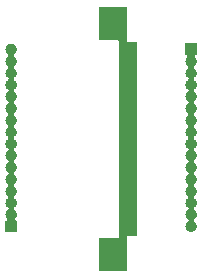
<source format=gbr>
G04 #@! TF.GenerationSoftware,KiCad,Pcbnew,(5.1.2)-2*
G04 #@! TF.CreationDate,2019-08-16T13:36:03-06:00*
G04 #@! TF.ProjectId,OLED_Dev,4f4c4544-5f44-4657-962e-6b696361645f,rev?*
G04 #@! TF.SameCoordinates,Original*
G04 #@! TF.FileFunction,Soldermask,Top*
G04 #@! TF.FilePolarity,Negative*
%FSLAX46Y46*%
G04 Gerber Fmt 4.6, Leading zero omitted, Abs format (unit mm)*
G04 Created by KiCad (PCBNEW (5.1.2)-2) date 2019-08-16 13:36:03*
%MOMM*%
%LPD*%
G04 APERTURE LIST*
%ADD10C,0.100000*%
G04 APERTURE END LIST*
D10*
G36*
X177461000Y-105974001D02*
G01*
X177463402Y-105998387D01*
X177470515Y-106021836D01*
X177482066Y-106043447D01*
X177497611Y-106062389D01*
X177516553Y-106077934D01*
X177538164Y-106089485D01*
X177561613Y-106096598D01*
X177585999Y-106099000D01*
X178261000Y-106099000D01*
X178261000Y-122501000D01*
X177585999Y-122501000D01*
X177561613Y-122503402D01*
X177538164Y-122510515D01*
X177516553Y-122522066D01*
X177497611Y-122537611D01*
X177482066Y-122556553D01*
X177470515Y-122578164D01*
X177463402Y-122601613D01*
X177461000Y-122625999D01*
X177461000Y-125451000D01*
X175059000Y-125451000D01*
X175059000Y-122699000D01*
X176634001Y-122699000D01*
X176658387Y-122696598D01*
X176681836Y-122689485D01*
X176703447Y-122677934D01*
X176722389Y-122662389D01*
X176737934Y-122643447D01*
X176749485Y-122621836D01*
X176756598Y-122598387D01*
X176759000Y-122574001D01*
X176759000Y-106025999D01*
X176756598Y-106001613D01*
X176749485Y-105978164D01*
X176737934Y-105956553D01*
X176722389Y-105937611D01*
X176703447Y-105922066D01*
X176681836Y-105910515D01*
X176658387Y-105903402D01*
X176634001Y-105901000D01*
X175059000Y-105901000D01*
X175059000Y-103149000D01*
X177461000Y-103149000D01*
X177461000Y-105974001D01*
X177461000Y-105974001D01*
G37*
G36*
X183356000Y-107156000D02*
G01*
X183330025Y-107156000D01*
X183305639Y-107158402D01*
X183282190Y-107165515D01*
X183260579Y-107177066D01*
X183241637Y-107192611D01*
X183226092Y-107211553D01*
X183214541Y-107233164D01*
X183207428Y-107256613D01*
X183205026Y-107280999D01*
X183207428Y-107305385D01*
X183214541Y-107328834D01*
X183233396Y-107360292D01*
X183277694Y-107414269D01*
X183321894Y-107496961D01*
X183349113Y-107586688D01*
X183358303Y-107680000D01*
X183349113Y-107773312D01*
X183321894Y-107863039D01*
X183277694Y-107945731D01*
X183218211Y-108018211D01*
X183145731Y-108077694D01*
X183145726Y-108077697D01*
X183138808Y-108083374D01*
X183121481Y-108100701D01*
X183107867Y-108121075D01*
X183098490Y-108143714D01*
X183093709Y-108167747D01*
X183093709Y-108192251D01*
X183098489Y-108216285D01*
X183107866Y-108238924D01*
X183121480Y-108259298D01*
X183138808Y-108276626D01*
X183145726Y-108282303D01*
X183145731Y-108282306D01*
X183218211Y-108341789D01*
X183277694Y-108414269D01*
X183321894Y-108496961D01*
X183349113Y-108586688D01*
X183358303Y-108680000D01*
X183349113Y-108773312D01*
X183321894Y-108863039D01*
X183277694Y-108945731D01*
X183218211Y-109018211D01*
X183145731Y-109077694D01*
X183145726Y-109077697D01*
X183138808Y-109083374D01*
X183121481Y-109100701D01*
X183107867Y-109121075D01*
X183098490Y-109143714D01*
X183093709Y-109167747D01*
X183093709Y-109192251D01*
X183098489Y-109216285D01*
X183107866Y-109238924D01*
X183121480Y-109259298D01*
X183138808Y-109276626D01*
X183145726Y-109282303D01*
X183145731Y-109282306D01*
X183218211Y-109341789D01*
X183277694Y-109414269D01*
X183321894Y-109496961D01*
X183349113Y-109586688D01*
X183358303Y-109680000D01*
X183349113Y-109773312D01*
X183321894Y-109863039D01*
X183277694Y-109945731D01*
X183218211Y-110018211D01*
X183145731Y-110077694D01*
X183145726Y-110077697D01*
X183138808Y-110083374D01*
X183121481Y-110100701D01*
X183107867Y-110121075D01*
X183098490Y-110143714D01*
X183093709Y-110167747D01*
X183093709Y-110192251D01*
X183098489Y-110216285D01*
X183107866Y-110238924D01*
X183121480Y-110259298D01*
X183138808Y-110276626D01*
X183145726Y-110282303D01*
X183145731Y-110282306D01*
X183218211Y-110341789D01*
X183277694Y-110414269D01*
X183321894Y-110496961D01*
X183349113Y-110586688D01*
X183358303Y-110680000D01*
X183349113Y-110773312D01*
X183321894Y-110863039D01*
X183277694Y-110945731D01*
X183218211Y-111018211D01*
X183145731Y-111077694D01*
X183145726Y-111077697D01*
X183138808Y-111083374D01*
X183121481Y-111100701D01*
X183107867Y-111121075D01*
X183098490Y-111143714D01*
X183093709Y-111167747D01*
X183093709Y-111192251D01*
X183098489Y-111216285D01*
X183107866Y-111238924D01*
X183121480Y-111259298D01*
X183138808Y-111276626D01*
X183145726Y-111282303D01*
X183145731Y-111282306D01*
X183218211Y-111341789D01*
X183277694Y-111414269D01*
X183321894Y-111496961D01*
X183349113Y-111586688D01*
X183358303Y-111680000D01*
X183349113Y-111773312D01*
X183321894Y-111863039D01*
X183277694Y-111945731D01*
X183218211Y-112018211D01*
X183145731Y-112077694D01*
X183145726Y-112077697D01*
X183138808Y-112083374D01*
X183121481Y-112100701D01*
X183107867Y-112121075D01*
X183098490Y-112143714D01*
X183093709Y-112167747D01*
X183093709Y-112192251D01*
X183098489Y-112216285D01*
X183107866Y-112238924D01*
X183121480Y-112259298D01*
X183138808Y-112276626D01*
X183145726Y-112282303D01*
X183145731Y-112282306D01*
X183218211Y-112341789D01*
X183277694Y-112414269D01*
X183321894Y-112496961D01*
X183349113Y-112586688D01*
X183358303Y-112680000D01*
X183349113Y-112773312D01*
X183321894Y-112863039D01*
X183277694Y-112945731D01*
X183218211Y-113018211D01*
X183145731Y-113077694D01*
X183145726Y-113077697D01*
X183138808Y-113083374D01*
X183121481Y-113100701D01*
X183107867Y-113121075D01*
X183098490Y-113143714D01*
X183093709Y-113167747D01*
X183093709Y-113192251D01*
X183098489Y-113216285D01*
X183107866Y-113238924D01*
X183121480Y-113259298D01*
X183138808Y-113276626D01*
X183145726Y-113282303D01*
X183145731Y-113282306D01*
X183218211Y-113341789D01*
X183277694Y-113414269D01*
X183321894Y-113496961D01*
X183349113Y-113586688D01*
X183358303Y-113680000D01*
X183349113Y-113773312D01*
X183321894Y-113863039D01*
X183277694Y-113945731D01*
X183218211Y-114018211D01*
X183145731Y-114077694D01*
X183145726Y-114077697D01*
X183138808Y-114083374D01*
X183121481Y-114100701D01*
X183107867Y-114121075D01*
X183098490Y-114143714D01*
X183093709Y-114167747D01*
X183093709Y-114192251D01*
X183098489Y-114216285D01*
X183107866Y-114238924D01*
X183121480Y-114259298D01*
X183138808Y-114276626D01*
X183145726Y-114282303D01*
X183145731Y-114282306D01*
X183218211Y-114341789D01*
X183277694Y-114414269D01*
X183321894Y-114496961D01*
X183349113Y-114586688D01*
X183358303Y-114680000D01*
X183349113Y-114773312D01*
X183321894Y-114863039D01*
X183277694Y-114945731D01*
X183218211Y-115018211D01*
X183145731Y-115077694D01*
X183145726Y-115077697D01*
X183138808Y-115083374D01*
X183121481Y-115100701D01*
X183107867Y-115121075D01*
X183098490Y-115143714D01*
X183093709Y-115167747D01*
X183093709Y-115192251D01*
X183098489Y-115216285D01*
X183107866Y-115238924D01*
X183121480Y-115259298D01*
X183138808Y-115276626D01*
X183145726Y-115282303D01*
X183145731Y-115282306D01*
X183218211Y-115341789D01*
X183277694Y-115414269D01*
X183321894Y-115496961D01*
X183349113Y-115586688D01*
X183358303Y-115680000D01*
X183349113Y-115773312D01*
X183321894Y-115863039D01*
X183277694Y-115945731D01*
X183218211Y-116018211D01*
X183145731Y-116077694D01*
X183145726Y-116077697D01*
X183138808Y-116083374D01*
X183121481Y-116100701D01*
X183107867Y-116121075D01*
X183098490Y-116143714D01*
X183093709Y-116167747D01*
X183093709Y-116192251D01*
X183098489Y-116216285D01*
X183107866Y-116238924D01*
X183121480Y-116259298D01*
X183138808Y-116276626D01*
X183145726Y-116282303D01*
X183145731Y-116282306D01*
X183218211Y-116341789D01*
X183277694Y-116414269D01*
X183321894Y-116496961D01*
X183349113Y-116586688D01*
X183358303Y-116680000D01*
X183349113Y-116773312D01*
X183321894Y-116863039D01*
X183277694Y-116945731D01*
X183218211Y-117018211D01*
X183145731Y-117077694D01*
X183145726Y-117077697D01*
X183138808Y-117083374D01*
X183121481Y-117100701D01*
X183107867Y-117121075D01*
X183098490Y-117143714D01*
X183093709Y-117167747D01*
X183093709Y-117192251D01*
X183098489Y-117216285D01*
X183107866Y-117238924D01*
X183121480Y-117259298D01*
X183138808Y-117276626D01*
X183145726Y-117282303D01*
X183145731Y-117282306D01*
X183218211Y-117341789D01*
X183277694Y-117414269D01*
X183321894Y-117496961D01*
X183349113Y-117586688D01*
X183358303Y-117680000D01*
X183349113Y-117773312D01*
X183321894Y-117863039D01*
X183277694Y-117945731D01*
X183218211Y-118018211D01*
X183145731Y-118077694D01*
X183145726Y-118077697D01*
X183138808Y-118083374D01*
X183121481Y-118100701D01*
X183107867Y-118121075D01*
X183098490Y-118143714D01*
X183093709Y-118167747D01*
X183093709Y-118192251D01*
X183098489Y-118216285D01*
X183107866Y-118238924D01*
X183121480Y-118259298D01*
X183138808Y-118276626D01*
X183145726Y-118282303D01*
X183145731Y-118282306D01*
X183218211Y-118341789D01*
X183277694Y-118414269D01*
X183321894Y-118496961D01*
X183349113Y-118586688D01*
X183358303Y-118680000D01*
X183349113Y-118773312D01*
X183321894Y-118863039D01*
X183277694Y-118945731D01*
X183218211Y-119018211D01*
X183145731Y-119077694D01*
X183145726Y-119077697D01*
X183138808Y-119083374D01*
X183121481Y-119100701D01*
X183107867Y-119121075D01*
X183098490Y-119143714D01*
X183093709Y-119167747D01*
X183093709Y-119192251D01*
X183098489Y-119216285D01*
X183107866Y-119238924D01*
X183121480Y-119259298D01*
X183138808Y-119276626D01*
X183145726Y-119282303D01*
X183145731Y-119282306D01*
X183218211Y-119341789D01*
X183277694Y-119414269D01*
X183321894Y-119496961D01*
X183349113Y-119586688D01*
X183358303Y-119680000D01*
X183349113Y-119773312D01*
X183321894Y-119863039D01*
X183277694Y-119945731D01*
X183218211Y-120018211D01*
X183145731Y-120077694D01*
X183145726Y-120077697D01*
X183138808Y-120083374D01*
X183121481Y-120100701D01*
X183107867Y-120121075D01*
X183098490Y-120143714D01*
X183093709Y-120167747D01*
X183093709Y-120192251D01*
X183098489Y-120216285D01*
X183107866Y-120238924D01*
X183121480Y-120259298D01*
X183138808Y-120276626D01*
X183145726Y-120282303D01*
X183145731Y-120282306D01*
X183218211Y-120341789D01*
X183277694Y-120414269D01*
X183321894Y-120496961D01*
X183349113Y-120586688D01*
X183358303Y-120680000D01*
X183349113Y-120773312D01*
X183321894Y-120863039D01*
X183277694Y-120945731D01*
X183218211Y-121018211D01*
X183145731Y-121077694D01*
X183145726Y-121077697D01*
X183138808Y-121083374D01*
X183121481Y-121100701D01*
X183107867Y-121121075D01*
X183098490Y-121143714D01*
X183093709Y-121167747D01*
X183093709Y-121192251D01*
X183098489Y-121216285D01*
X183107866Y-121238924D01*
X183121480Y-121259298D01*
X183138808Y-121276626D01*
X183145726Y-121282303D01*
X183145731Y-121282306D01*
X183218211Y-121341789D01*
X183277694Y-121414269D01*
X183321894Y-121496961D01*
X183349113Y-121586688D01*
X183358303Y-121680000D01*
X183349113Y-121773312D01*
X183321894Y-121863039D01*
X183277694Y-121945731D01*
X183218211Y-122018211D01*
X183145731Y-122077694D01*
X183063039Y-122121894D01*
X182973312Y-122149113D01*
X182903384Y-122156000D01*
X182856616Y-122156000D01*
X182786688Y-122149113D01*
X182696961Y-122121894D01*
X182614269Y-122077694D01*
X182541789Y-122018211D01*
X182482306Y-121945731D01*
X182438106Y-121863039D01*
X182410887Y-121773312D01*
X182401697Y-121680000D01*
X182410887Y-121586688D01*
X182438106Y-121496961D01*
X182482306Y-121414269D01*
X182541789Y-121341789D01*
X182614269Y-121282306D01*
X182614274Y-121282303D01*
X182621192Y-121276626D01*
X182638519Y-121259299D01*
X182652133Y-121238925D01*
X182661510Y-121216286D01*
X182666291Y-121192253D01*
X182666291Y-121167749D01*
X182661511Y-121143715D01*
X182652134Y-121121076D01*
X182638520Y-121100702D01*
X182621192Y-121083374D01*
X182614274Y-121077697D01*
X182614269Y-121077694D01*
X182541789Y-121018211D01*
X182482306Y-120945731D01*
X182438106Y-120863039D01*
X182410887Y-120773312D01*
X182401697Y-120680000D01*
X182410887Y-120586688D01*
X182438106Y-120496961D01*
X182482306Y-120414269D01*
X182541789Y-120341789D01*
X182614269Y-120282306D01*
X182614274Y-120282303D01*
X182621192Y-120276626D01*
X182638519Y-120259299D01*
X182652133Y-120238925D01*
X182661510Y-120216286D01*
X182666291Y-120192253D01*
X182666291Y-120167749D01*
X182661511Y-120143715D01*
X182652134Y-120121076D01*
X182638520Y-120100702D01*
X182621192Y-120083374D01*
X182614274Y-120077697D01*
X182614269Y-120077694D01*
X182541789Y-120018211D01*
X182482306Y-119945731D01*
X182438106Y-119863039D01*
X182410887Y-119773312D01*
X182401697Y-119680000D01*
X182410887Y-119586688D01*
X182438106Y-119496961D01*
X182482306Y-119414269D01*
X182541789Y-119341789D01*
X182614269Y-119282306D01*
X182614274Y-119282303D01*
X182621192Y-119276626D01*
X182638519Y-119259299D01*
X182652133Y-119238925D01*
X182661510Y-119216286D01*
X182666291Y-119192253D01*
X182666291Y-119167749D01*
X182661511Y-119143715D01*
X182652134Y-119121076D01*
X182638520Y-119100702D01*
X182621192Y-119083374D01*
X182614274Y-119077697D01*
X182614269Y-119077694D01*
X182541789Y-119018211D01*
X182482306Y-118945731D01*
X182438106Y-118863039D01*
X182410887Y-118773312D01*
X182401697Y-118680000D01*
X182410887Y-118586688D01*
X182438106Y-118496961D01*
X182482306Y-118414269D01*
X182541789Y-118341789D01*
X182614269Y-118282306D01*
X182614274Y-118282303D01*
X182621192Y-118276626D01*
X182638519Y-118259299D01*
X182652133Y-118238925D01*
X182661510Y-118216286D01*
X182666291Y-118192253D01*
X182666291Y-118167749D01*
X182661511Y-118143715D01*
X182652134Y-118121076D01*
X182638520Y-118100702D01*
X182621192Y-118083374D01*
X182614274Y-118077697D01*
X182614269Y-118077694D01*
X182541789Y-118018211D01*
X182482306Y-117945731D01*
X182438106Y-117863039D01*
X182410887Y-117773312D01*
X182401697Y-117680000D01*
X182410887Y-117586688D01*
X182438106Y-117496961D01*
X182482306Y-117414269D01*
X182541789Y-117341789D01*
X182614269Y-117282306D01*
X182614274Y-117282303D01*
X182621192Y-117276626D01*
X182638519Y-117259299D01*
X182652133Y-117238925D01*
X182661510Y-117216286D01*
X182666291Y-117192253D01*
X182666291Y-117167749D01*
X182661511Y-117143715D01*
X182652134Y-117121076D01*
X182638520Y-117100702D01*
X182621192Y-117083374D01*
X182614274Y-117077697D01*
X182614269Y-117077694D01*
X182541789Y-117018211D01*
X182482306Y-116945731D01*
X182438106Y-116863039D01*
X182410887Y-116773312D01*
X182401697Y-116680000D01*
X182410887Y-116586688D01*
X182438106Y-116496961D01*
X182482306Y-116414269D01*
X182541789Y-116341789D01*
X182614269Y-116282306D01*
X182614274Y-116282303D01*
X182621192Y-116276626D01*
X182638519Y-116259299D01*
X182652133Y-116238925D01*
X182661510Y-116216286D01*
X182666291Y-116192253D01*
X182666291Y-116167749D01*
X182661511Y-116143715D01*
X182652134Y-116121076D01*
X182638520Y-116100702D01*
X182621192Y-116083374D01*
X182614274Y-116077697D01*
X182614269Y-116077694D01*
X182541789Y-116018211D01*
X182482306Y-115945731D01*
X182438106Y-115863039D01*
X182410887Y-115773312D01*
X182401697Y-115680000D01*
X182410887Y-115586688D01*
X182438106Y-115496961D01*
X182482306Y-115414269D01*
X182541789Y-115341789D01*
X182614269Y-115282306D01*
X182614274Y-115282303D01*
X182621192Y-115276626D01*
X182638519Y-115259299D01*
X182652133Y-115238925D01*
X182661510Y-115216286D01*
X182666291Y-115192253D01*
X182666291Y-115167749D01*
X182661511Y-115143715D01*
X182652134Y-115121076D01*
X182638520Y-115100702D01*
X182621192Y-115083374D01*
X182614274Y-115077697D01*
X182614269Y-115077694D01*
X182541789Y-115018211D01*
X182482306Y-114945731D01*
X182438106Y-114863039D01*
X182410887Y-114773312D01*
X182401697Y-114680000D01*
X182410887Y-114586688D01*
X182438106Y-114496961D01*
X182482306Y-114414269D01*
X182541789Y-114341789D01*
X182614269Y-114282306D01*
X182614274Y-114282303D01*
X182621192Y-114276626D01*
X182638519Y-114259299D01*
X182652133Y-114238925D01*
X182661510Y-114216286D01*
X182666291Y-114192253D01*
X182666291Y-114167749D01*
X182661511Y-114143715D01*
X182652134Y-114121076D01*
X182638520Y-114100702D01*
X182621192Y-114083374D01*
X182614274Y-114077697D01*
X182614269Y-114077694D01*
X182541789Y-114018211D01*
X182482306Y-113945731D01*
X182438106Y-113863039D01*
X182410887Y-113773312D01*
X182401697Y-113680000D01*
X182410887Y-113586688D01*
X182438106Y-113496961D01*
X182482306Y-113414269D01*
X182541789Y-113341789D01*
X182614269Y-113282306D01*
X182614274Y-113282303D01*
X182621192Y-113276626D01*
X182638519Y-113259299D01*
X182652133Y-113238925D01*
X182661510Y-113216286D01*
X182666291Y-113192253D01*
X182666291Y-113167749D01*
X182661511Y-113143715D01*
X182652134Y-113121076D01*
X182638520Y-113100702D01*
X182621192Y-113083374D01*
X182614274Y-113077697D01*
X182614269Y-113077694D01*
X182541789Y-113018211D01*
X182482306Y-112945731D01*
X182438106Y-112863039D01*
X182410887Y-112773312D01*
X182401697Y-112680000D01*
X182410887Y-112586688D01*
X182438106Y-112496961D01*
X182482306Y-112414269D01*
X182541789Y-112341789D01*
X182614269Y-112282306D01*
X182614274Y-112282303D01*
X182621192Y-112276626D01*
X182638519Y-112259299D01*
X182652133Y-112238925D01*
X182661510Y-112216286D01*
X182666291Y-112192253D01*
X182666291Y-112167749D01*
X182661511Y-112143715D01*
X182652134Y-112121076D01*
X182638520Y-112100702D01*
X182621192Y-112083374D01*
X182614274Y-112077697D01*
X182614269Y-112077694D01*
X182541789Y-112018211D01*
X182482306Y-111945731D01*
X182438106Y-111863039D01*
X182410887Y-111773312D01*
X182401697Y-111680000D01*
X182410887Y-111586688D01*
X182438106Y-111496961D01*
X182482306Y-111414269D01*
X182541789Y-111341789D01*
X182614269Y-111282306D01*
X182614274Y-111282303D01*
X182621192Y-111276626D01*
X182638519Y-111259299D01*
X182652133Y-111238925D01*
X182661510Y-111216286D01*
X182666291Y-111192253D01*
X182666291Y-111167749D01*
X182661511Y-111143715D01*
X182652134Y-111121076D01*
X182638520Y-111100702D01*
X182621192Y-111083374D01*
X182614274Y-111077697D01*
X182614269Y-111077694D01*
X182541789Y-111018211D01*
X182482306Y-110945731D01*
X182438106Y-110863039D01*
X182410887Y-110773312D01*
X182401697Y-110680000D01*
X182410887Y-110586688D01*
X182438106Y-110496961D01*
X182482306Y-110414269D01*
X182541789Y-110341789D01*
X182614269Y-110282306D01*
X182614274Y-110282303D01*
X182621192Y-110276626D01*
X182638519Y-110259299D01*
X182652133Y-110238925D01*
X182661510Y-110216286D01*
X182666291Y-110192253D01*
X182666291Y-110167749D01*
X182661511Y-110143715D01*
X182652134Y-110121076D01*
X182638520Y-110100702D01*
X182621192Y-110083374D01*
X182614274Y-110077697D01*
X182614269Y-110077694D01*
X182541789Y-110018211D01*
X182482306Y-109945731D01*
X182438106Y-109863039D01*
X182410887Y-109773312D01*
X182401697Y-109680000D01*
X182410887Y-109586688D01*
X182438106Y-109496961D01*
X182482306Y-109414269D01*
X182541789Y-109341789D01*
X182614269Y-109282306D01*
X182614274Y-109282303D01*
X182621192Y-109276626D01*
X182638519Y-109259299D01*
X182652133Y-109238925D01*
X182661510Y-109216286D01*
X182666291Y-109192253D01*
X182666291Y-109167749D01*
X182661511Y-109143715D01*
X182652134Y-109121076D01*
X182638520Y-109100702D01*
X182621192Y-109083374D01*
X182614274Y-109077697D01*
X182614269Y-109077694D01*
X182541789Y-109018211D01*
X182482306Y-108945731D01*
X182438106Y-108863039D01*
X182410887Y-108773312D01*
X182401697Y-108680000D01*
X182410887Y-108586688D01*
X182438106Y-108496961D01*
X182482306Y-108414269D01*
X182541789Y-108341789D01*
X182614269Y-108282306D01*
X182614274Y-108282303D01*
X182621192Y-108276626D01*
X182638519Y-108259299D01*
X182652133Y-108238925D01*
X182661510Y-108216286D01*
X182666291Y-108192253D01*
X182666291Y-108167749D01*
X182661511Y-108143715D01*
X182652134Y-108121076D01*
X182638520Y-108100702D01*
X182621192Y-108083374D01*
X182614274Y-108077697D01*
X182614269Y-108077694D01*
X182541789Y-108018211D01*
X182482306Y-107945731D01*
X182438106Y-107863039D01*
X182410887Y-107773312D01*
X182401697Y-107680000D01*
X182410887Y-107586688D01*
X182438106Y-107496961D01*
X182482306Y-107414269D01*
X182526606Y-107360289D01*
X182540214Y-107339923D01*
X182549592Y-107317284D01*
X182554372Y-107293251D01*
X182554372Y-107268747D01*
X182549592Y-107244714D01*
X182540214Y-107222075D01*
X182526600Y-107201700D01*
X182509273Y-107184373D01*
X182488899Y-107170760D01*
X182466260Y-107161382D01*
X182429975Y-107156000D01*
X182404000Y-107156000D01*
X182404000Y-106204000D01*
X183356000Y-106204000D01*
X183356000Y-107156000D01*
X183356000Y-107156000D01*
G37*
G36*
X167733312Y-106210887D02*
G01*
X167823039Y-106238106D01*
X167905731Y-106282306D01*
X167978211Y-106341789D01*
X168037694Y-106414269D01*
X168081894Y-106496961D01*
X168109113Y-106586688D01*
X168118303Y-106680000D01*
X168109113Y-106773312D01*
X168081894Y-106863039D01*
X168037694Y-106945731D01*
X167978211Y-107018211D01*
X167905731Y-107077694D01*
X167905726Y-107077697D01*
X167898808Y-107083374D01*
X167881481Y-107100701D01*
X167867867Y-107121075D01*
X167858490Y-107143714D01*
X167853709Y-107167747D01*
X167853709Y-107192251D01*
X167858489Y-107216285D01*
X167867866Y-107238924D01*
X167881480Y-107259298D01*
X167898808Y-107276626D01*
X167905726Y-107282303D01*
X167905731Y-107282306D01*
X167978211Y-107341789D01*
X168037694Y-107414269D01*
X168081894Y-107496961D01*
X168109113Y-107586688D01*
X168118303Y-107680000D01*
X168109113Y-107773312D01*
X168081894Y-107863039D01*
X168037694Y-107945731D01*
X167978211Y-108018211D01*
X167905731Y-108077694D01*
X167905726Y-108077697D01*
X167898808Y-108083374D01*
X167881481Y-108100701D01*
X167867867Y-108121075D01*
X167858490Y-108143714D01*
X167853709Y-108167747D01*
X167853709Y-108192251D01*
X167858489Y-108216285D01*
X167867866Y-108238924D01*
X167881480Y-108259298D01*
X167898808Y-108276626D01*
X167905726Y-108282303D01*
X167905731Y-108282306D01*
X167978211Y-108341789D01*
X168037694Y-108414269D01*
X168081894Y-108496961D01*
X168109113Y-108586688D01*
X168118303Y-108680000D01*
X168109113Y-108773312D01*
X168081894Y-108863039D01*
X168037694Y-108945731D01*
X167978211Y-109018211D01*
X167905731Y-109077694D01*
X167905726Y-109077697D01*
X167898808Y-109083374D01*
X167881481Y-109100701D01*
X167867867Y-109121075D01*
X167858490Y-109143714D01*
X167853709Y-109167747D01*
X167853709Y-109192251D01*
X167858489Y-109216285D01*
X167867866Y-109238924D01*
X167881480Y-109259298D01*
X167898808Y-109276626D01*
X167905726Y-109282303D01*
X167905731Y-109282306D01*
X167978211Y-109341789D01*
X168037694Y-109414269D01*
X168081894Y-109496961D01*
X168109113Y-109586688D01*
X168118303Y-109680000D01*
X168109113Y-109773312D01*
X168081894Y-109863039D01*
X168037694Y-109945731D01*
X167978211Y-110018211D01*
X167905731Y-110077694D01*
X167905726Y-110077697D01*
X167898808Y-110083374D01*
X167881481Y-110100701D01*
X167867867Y-110121075D01*
X167858490Y-110143714D01*
X167853709Y-110167747D01*
X167853709Y-110192251D01*
X167858489Y-110216285D01*
X167867866Y-110238924D01*
X167881480Y-110259298D01*
X167898808Y-110276626D01*
X167905726Y-110282303D01*
X167905731Y-110282306D01*
X167978211Y-110341789D01*
X168037694Y-110414269D01*
X168081894Y-110496961D01*
X168109113Y-110586688D01*
X168118303Y-110680000D01*
X168109113Y-110773312D01*
X168081894Y-110863039D01*
X168037694Y-110945731D01*
X167978211Y-111018211D01*
X167905731Y-111077694D01*
X167905726Y-111077697D01*
X167898808Y-111083374D01*
X167881481Y-111100701D01*
X167867867Y-111121075D01*
X167858490Y-111143714D01*
X167853709Y-111167747D01*
X167853709Y-111192251D01*
X167858489Y-111216285D01*
X167867866Y-111238924D01*
X167881480Y-111259298D01*
X167898808Y-111276626D01*
X167905726Y-111282303D01*
X167905731Y-111282306D01*
X167978211Y-111341789D01*
X168037694Y-111414269D01*
X168081894Y-111496961D01*
X168109113Y-111586688D01*
X168118303Y-111680000D01*
X168109113Y-111773312D01*
X168081894Y-111863039D01*
X168037694Y-111945731D01*
X167978211Y-112018211D01*
X167905731Y-112077694D01*
X167905726Y-112077697D01*
X167898808Y-112083374D01*
X167881481Y-112100701D01*
X167867867Y-112121075D01*
X167858490Y-112143714D01*
X167853709Y-112167747D01*
X167853709Y-112192251D01*
X167858489Y-112216285D01*
X167867866Y-112238924D01*
X167881480Y-112259298D01*
X167898808Y-112276626D01*
X167905726Y-112282303D01*
X167905731Y-112282306D01*
X167978211Y-112341789D01*
X168037694Y-112414269D01*
X168081894Y-112496961D01*
X168109113Y-112586688D01*
X168118303Y-112680000D01*
X168109113Y-112773312D01*
X168081894Y-112863039D01*
X168037694Y-112945731D01*
X167978211Y-113018211D01*
X167905731Y-113077694D01*
X167905726Y-113077697D01*
X167898808Y-113083374D01*
X167881481Y-113100701D01*
X167867867Y-113121075D01*
X167858490Y-113143714D01*
X167853709Y-113167747D01*
X167853709Y-113192251D01*
X167858489Y-113216285D01*
X167867866Y-113238924D01*
X167881480Y-113259298D01*
X167898808Y-113276626D01*
X167905726Y-113282303D01*
X167905731Y-113282306D01*
X167978211Y-113341789D01*
X168037694Y-113414269D01*
X168081894Y-113496961D01*
X168109113Y-113586688D01*
X168118303Y-113680000D01*
X168109113Y-113773312D01*
X168081894Y-113863039D01*
X168037694Y-113945731D01*
X167978211Y-114018211D01*
X167905731Y-114077694D01*
X167905726Y-114077697D01*
X167898808Y-114083374D01*
X167881481Y-114100701D01*
X167867867Y-114121075D01*
X167858490Y-114143714D01*
X167853709Y-114167747D01*
X167853709Y-114192251D01*
X167858489Y-114216285D01*
X167867866Y-114238924D01*
X167881480Y-114259298D01*
X167898808Y-114276626D01*
X167905726Y-114282303D01*
X167905731Y-114282306D01*
X167978211Y-114341789D01*
X168037694Y-114414269D01*
X168081894Y-114496961D01*
X168109113Y-114586688D01*
X168118303Y-114680000D01*
X168109113Y-114773312D01*
X168081894Y-114863039D01*
X168037694Y-114945731D01*
X167978211Y-115018211D01*
X167905731Y-115077694D01*
X167905726Y-115077697D01*
X167898808Y-115083374D01*
X167881481Y-115100701D01*
X167867867Y-115121075D01*
X167858490Y-115143714D01*
X167853709Y-115167747D01*
X167853709Y-115192251D01*
X167858489Y-115216285D01*
X167867866Y-115238924D01*
X167881480Y-115259298D01*
X167898808Y-115276626D01*
X167905726Y-115282303D01*
X167905731Y-115282306D01*
X167978211Y-115341789D01*
X168037694Y-115414269D01*
X168081894Y-115496961D01*
X168109113Y-115586688D01*
X168118303Y-115680000D01*
X168109113Y-115773312D01*
X168081894Y-115863039D01*
X168037694Y-115945731D01*
X167978211Y-116018211D01*
X167905731Y-116077694D01*
X167905726Y-116077697D01*
X167898808Y-116083374D01*
X167881481Y-116100701D01*
X167867867Y-116121075D01*
X167858490Y-116143714D01*
X167853709Y-116167747D01*
X167853709Y-116192251D01*
X167858489Y-116216285D01*
X167867866Y-116238924D01*
X167881480Y-116259298D01*
X167898808Y-116276626D01*
X167905726Y-116282303D01*
X167905731Y-116282306D01*
X167978211Y-116341789D01*
X168037694Y-116414269D01*
X168081894Y-116496961D01*
X168109113Y-116586688D01*
X168118303Y-116680000D01*
X168109113Y-116773312D01*
X168081894Y-116863039D01*
X168037694Y-116945731D01*
X167978211Y-117018211D01*
X167905731Y-117077694D01*
X167905726Y-117077697D01*
X167898808Y-117083374D01*
X167881481Y-117100701D01*
X167867867Y-117121075D01*
X167858490Y-117143714D01*
X167853709Y-117167747D01*
X167853709Y-117192251D01*
X167858489Y-117216285D01*
X167867866Y-117238924D01*
X167881480Y-117259298D01*
X167898808Y-117276626D01*
X167905726Y-117282303D01*
X167905731Y-117282306D01*
X167978211Y-117341789D01*
X168037694Y-117414269D01*
X168081894Y-117496961D01*
X168109113Y-117586688D01*
X168118303Y-117680000D01*
X168109113Y-117773312D01*
X168081894Y-117863039D01*
X168037694Y-117945731D01*
X167978211Y-118018211D01*
X167905731Y-118077694D01*
X167905726Y-118077697D01*
X167898808Y-118083374D01*
X167881481Y-118100701D01*
X167867867Y-118121075D01*
X167858490Y-118143714D01*
X167853709Y-118167747D01*
X167853709Y-118192251D01*
X167858489Y-118216285D01*
X167867866Y-118238924D01*
X167881480Y-118259298D01*
X167898808Y-118276626D01*
X167905726Y-118282303D01*
X167905731Y-118282306D01*
X167978211Y-118341789D01*
X168037694Y-118414269D01*
X168081894Y-118496961D01*
X168109113Y-118586688D01*
X168118303Y-118680000D01*
X168109113Y-118773312D01*
X168081894Y-118863039D01*
X168037694Y-118945731D01*
X167978211Y-119018211D01*
X167905731Y-119077694D01*
X167905726Y-119077697D01*
X167898808Y-119083374D01*
X167881481Y-119100701D01*
X167867867Y-119121075D01*
X167858490Y-119143714D01*
X167853709Y-119167747D01*
X167853709Y-119192251D01*
X167858489Y-119216285D01*
X167867866Y-119238924D01*
X167881480Y-119259298D01*
X167898808Y-119276626D01*
X167905726Y-119282303D01*
X167905731Y-119282306D01*
X167978211Y-119341789D01*
X168037694Y-119414269D01*
X168081894Y-119496961D01*
X168109113Y-119586688D01*
X168118303Y-119680000D01*
X168109113Y-119773312D01*
X168081894Y-119863039D01*
X168037694Y-119945731D01*
X167978211Y-120018211D01*
X167905731Y-120077694D01*
X167905726Y-120077697D01*
X167898808Y-120083374D01*
X167881481Y-120100701D01*
X167867867Y-120121075D01*
X167858490Y-120143714D01*
X167853709Y-120167747D01*
X167853709Y-120192251D01*
X167858489Y-120216285D01*
X167867866Y-120238924D01*
X167881480Y-120259298D01*
X167898808Y-120276626D01*
X167905726Y-120282303D01*
X167905731Y-120282306D01*
X167978211Y-120341789D01*
X168037694Y-120414269D01*
X168081894Y-120496961D01*
X168109113Y-120586688D01*
X168118303Y-120680000D01*
X168109113Y-120773312D01*
X168081894Y-120863039D01*
X168037694Y-120945731D01*
X167993394Y-120999711D01*
X167979786Y-121020077D01*
X167970408Y-121042716D01*
X167965628Y-121066749D01*
X167965628Y-121091253D01*
X167970408Y-121115286D01*
X167979786Y-121137925D01*
X167993400Y-121158300D01*
X168010727Y-121175627D01*
X168031101Y-121189240D01*
X168053740Y-121198618D01*
X168090025Y-121204000D01*
X168116000Y-121204000D01*
X168116000Y-122156000D01*
X167164000Y-122156000D01*
X167164000Y-121204000D01*
X167189975Y-121204000D01*
X167214361Y-121201598D01*
X167237810Y-121194485D01*
X167259421Y-121182934D01*
X167278363Y-121167389D01*
X167293908Y-121148447D01*
X167305459Y-121126836D01*
X167312572Y-121103387D01*
X167314974Y-121079001D01*
X167312572Y-121054615D01*
X167305459Y-121031166D01*
X167286604Y-120999708D01*
X167242306Y-120945731D01*
X167198106Y-120863039D01*
X167170887Y-120773312D01*
X167161697Y-120680000D01*
X167170887Y-120586688D01*
X167198106Y-120496961D01*
X167242306Y-120414269D01*
X167301789Y-120341789D01*
X167374269Y-120282306D01*
X167374274Y-120282303D01*
X167381192Y-120276626D01*
X167398519Y-120259299D01*
X167412133Y-120238925D01*
X167421510Y-120216286D01*
X167426291Y-120192253D01*
X167426291Y-120167749D01*
X167421511Y-120143715D01*
X167412134Y-120121076D01*
X167398520Y-120100702D01*
X167381192Y-120083374D01*
X167374274Y-120077697D01*
X167374269Y-120077694D01*
X167301789Y-120018211D01*
X167242306Y-119945731D01*
X167198106Y-119863039D01*
X167170887Y-119773312D01*
X167161697Y-119680000D01*
X167170887Y-119586688D01*
X167198106Y-119496961D01*
X167242306Y-119414269D01*
X167301789Y-119341789D01*
X167374269Y-119282306D01*
X167374274Y-119282303D01*
X167381192Y-119276626D01*
X167398519Y-119259299D01*
X167412133Y-119238925D01*
X167421510Y-119216286D01*
X167426291Y-119192253D01*
X167426291Y-119167749D01*
X167421511Y-119143715D01*
X167412134Y-119121076D01*
X167398520Y-119100702D01*
X167381192Y-119083374D01*
X167374274Y-119077697D01*
X167374269Y-119077694D01*
X167301789Y-119018211D01*
X167242306Y-118945731D01*
X167198106Y-118863039D01*
X167170887Y-118773312D01*
X167161697Y-118680000D01*
X167170887Y-118586688D01*
X167198106Y-118496961D01*
X167242306Y-118414269D01*
X167301789Y-118341789D01*
X167374269Y-118282306D01*
X167374274Y-118282303D01*
X167381192Y-118276626D01*
X167398519Y-118259299D01*
X167412133Y-118238925D01*
X167421510Y-118216286D01*
X167426291Y-118192253D01*
X167426291Y-118167749D01*
X167421511Y-118143715D01*
X167412134Y-118121076D01*
X167398520Y-118100702D01*
X167381192Y-118083374D01*
X167374274Y-118077697D01*
X167374269Y-118077694D01*
X167301789Y-118018211D01*
X167242306Y-117945731D01*
X167198106Y-117863039D01*
X167170887Y-117773312D01*
X167161697Y-117680000D01*
X167170887Y-117586688D01*
X167198106Y-117496961D01*
X167242306Y-117414269D01*
X167301789Y-117341789D01*
X167374269Y-117282306D01*
X167374274Y-117282303D01*
X167381192Y-117276626D01*
X167398519Y-117259299D01*
X167412133Y-117238925D01*
X167421510Y-117216286D01*
X167426291Y-117192253D01*
X167426291Y-117167749D01*
X167421511Y-117143715D01*
X167412134Y-117121076D01*
X167398520Y-117100702D01*
X167381192Y-117083374D01*
X167374274Y-117077697D01*
X167374269Y-117077694D01*
X167301789Y-117018211D01*
X167242306Y-116945731D01*
X167198106Y-116863039D01*
X167170887Y-116773312D01*
X167161697Y-116680000D01*
X167170887Y-116586688D01*
X167198106Y-116496961D01*
X167242306Y-116414269D01*
X167301789Y-116341789D01*
X167374269Y-116282306D01*
X167374274Y-116282303D01*
X167381192Y-116276626D01*
X167398519Y-116259299D01*
X167412133Y-116238925D01*
X167421510Y-116216286D01*
X167426291Y-116192253D01*
X167426291Y-116167749D01*
X167421511Y-116143715D01*
X167412134Y-116121076D01*
X167398520Y-116100702D01*
X167381192Y-116083374D01*
X167374274Y-116077697D01*
X167374269Y-116077694D01*
X167301789Y-116018211D01*
X167242306Y-115945731D01*
X167198106Y-115863039D01*
X167170887Y-115773312D01*
X167161697Y-115680000D01*
X167170887Y-115586688D01*
X167198106Y-115496961D01*
X167242306Y-115414269D01*
X167301789Y-115341789D01*
X167374269Y-115282306D01*
X167374274Y-115282303D01*
X167381192Y-115276626D01*
X167398519Y-115259299D01*
X167412133Y-115238925D01*
X167421510Y-115216286D01*
X167426291Y-115192253D01*
X167426291Y-115167749D01*
X167421511Y-115143715D01*
X167412134Y-115121076D01*
X167398520Y-115100702D01*
X167381192Y-115083374D01*
X167374274Y-115077697D01*
X167374269Y-115077694D01*
X167301789Y-115018211D01*
X167242306Y-114945731D01*
X167198106Y-114863039D01*
X167170887Y-114773312D01*
X167161697Y-114680000D01*
X167170887Y-114586688D01*
X167198106Y-114496961D01*
X167242306Y-114414269D01*
X167301789Y-114341789D01*
X167374269Y-114282306D01*
X167374274Y-114282303D01*
X167381192Y-114276626D01*
X167398519Y-114259299D01*
X167412133Y-114238925D01*
X167421510Y-114216286D01*
X167426291Y-114192253D01*
X167426291Y-114167749D01*
X167421511Y-114143715D01*
X167412134Y-114121076D01*
X167398520Y-114100702D01*
X167381192Y-114083374D01*
X167374274Y-114077697D01*
X167374269Y-114077694D01*
X167301789Y-114018211D01*
X167242306Y-113945731D01*
X167198106Y-113863039D01*
X167170887Y-113773312D01*
X167161697Y-113680000D01*
X167170887Y-113586688D01*
X167198106Y-113496961D01*
X167242306Y-113414269D01*
X167301789Y-113341789D01*
X167374269Y-113282306D01*
X167374274Y-113282303D01*
X167381192Y-113276626D01*
X167398519Y-113259299D01*
X167412133Y-113238925D01*
X167421510Y-113216286D01*
X167426291Y-113192253D01*
X167426291Y-113167749D01*
X167421511Y-113143715D01*
X167412134Y-113121076D01*
X167398520Y-113100702D01*
X167381192Y-113083374D01*
X167374274Y-113077697D01*
X167374269Y-113077694D01*
X167301789Y-113018211D01*
X167242306Y-112945731D01*
X167198106Y-112863039D01*
X167170887Y-112773312D01*
X167161697Y-112680000D01*
X167170887Y-112586688D01*
X167198106Y-112496961D01*
X167242306Y-112414269D01*
X167301789Y-112341789D01*
X167374269Y-112282306D01*
X167374274Y-112282303D01*
X167381192Y-112276626D01*
X167398519Y-112259299D01*
X167412133Y-112238925D01*
X167421510Y-112216286D01*
X167426291Y-112192253D01*
X167426291Y-112167749D01*
X167421511Y-112143715D01*
X167412134Y-112121076D01*
X167398520Y-112100702D01*
X167381192Y-112083374D01*
X167374274Y-112077697D01*
X167374269Y-112077694D01*
X167301789Y-112018211D01*
X167242306Y-111945731D01*
X167198106Y-111863039D01*
X167170887Y-111773312D01*
X167161697Y-111680000D01*
X167170887Y-111586688D01*
X167198106Y-111496961D01*
X167242306Y-111414269D01*
X167301789Y-111341789D01*
X167374269Y-111282306D01*
X167374274Y-111282303D01*
X167381192Y-111276626D01*
X167398519Y-111259299D01*
X167412133Y-111238925D01*
X167421510Y-111216286D01*
X167426291Y-111192253D01*
X167426291Y-111167749D01*
X167421511Y-111143715D01*
X167412134Y-111121076D01*
X167398520Y-111100702D01*
X167381192Y-111083374D01*
X167374274Y-111077697D01*
X167374269Y-111077694D01*
X167301789Y-111018211D01*
X167242306Y-110945731D01*
X167198106Y-110863039D01*
X167170887Y-110773312D01*
X167161697Y-110680000D01*
X167170887Y-110586688D01*
X167198106Y-110496961D01*
X167242306Y-110414269D01*
X167301789Y-110341789D01*
X167374269Y-110282306D01*
X167374274Y-110282303D01*
X167381192Y-110276626D01*
X167398519Y-110259299D01*
X167412133Y-110238925D01*
X167421510Y-110216286D01*
X167426291Y-110192253D01*
X167426291Y-110167749D01*
X167421511Y-110143715D01*
X167412134Y-110121076D01*
X167398520Y-110100702D01*
X167381192Y-110083374D01*
X167374274Y-110077697D01*
X167374269Y-110077694D01*
X167301789Y-110018211D01*
X167242306Y-109945731D01*
X167198106Y-109863039D01*
X167170887Y-109773312D01*
X167161697Y-109680000D01*
X167170887Y-109586688D01*
X167198106Y-109496961D01*
X167242306Y-109414269D01*
X167301789Y-109341789D01*
X167374269Y-109282306D01*
X167374274Y-109282303D01*
X167381192Y-109276626D01*
X167398519Y-109259299D01*
X167412133Y-109238925D01*
X167421510Y-109216286D01*
X167426291Y-109192253D01*
X167426291Y-109167749D01*
X167421511Y-109143715D01*
X167412134Y-109121076D01*
X167398520Y-109100702D01*
X167381192Y-109083374D01*
X167374274Y-109077697D01*
X167374269Y-109077694D01*
X167301789Y-109018211D01*
X167242306Y-108945731D01*
X167198106Y-108863039D01*
X167170887Y-108773312D01*
X167161697Y-108680000D01*
X167170887Y-108586688D01*
X167198106Y-108496961D01*
X167242306Y-108414269D01*
X167301789Y-108341789D01*
X167374269Y-108282306D01*
X167374274Y-108282303D01*
X167381192Y-108276626D01*
X167398519Y-108259299D01*
X167412133Y-108238925D01*
X167421510Y-108216286D01*
X167426291Y-108192253D01*
X167426291Y-108167749D01*
X167421511Y-108143715D01*
X167412134Y-108121076D01*
X167398520Y-108100702D01*
X167381192Y-108083374D01*
X167374274Y-108077697D01*
X167374269Y-108077694D01*
X167301789Y-108018211D01*
X167242306Y-107945731D01*
X167198106Y-107863039D01*
X167170887Y-107773312D01*
X167161697Y-107680000D01*
X167170887Y-107586688D01*
X167198106Y-107496961D01*
X167242306Y-107414269D01*
X167301789Y-107341789D01*
X167374269Y-107282306D01*
X167374274Y-107282303D01*
X167381192Y-107276626D01*
X167398519Y-107259299D01*
X167412133Y-107238925D01*
X167421510Y-107216286D01*
X167426291Y-107192253D01*
X167426291Y-107167749D01*
X167421511Y-107143715D01*
X167412134Y-107121076D01*
X167398520Y-107100702D01*
X167381192Y-107083374D01*
X167374274Y-107077697D01*
X167374269Y-107077694D01*
X167301789Y-107018211D01*
X167242306Y-106945731D01*
X167198106Y-106863039D01*
X167170887Y-106773312D01*
X167161697Y-106680000D01*
X167170887Y-106586688D01*
X167198106Y-106496961D01*
X167242306Y-106414269D01*
X167301789Y-106341789D01*
X167374269Y-106282306D01*
X167456961Y-106238106D01*
X167546688Y-106210887D01*
X167616616Y-106204000D01*
X167663384Y-106204000D01*
X167733312Y-106210887D01*
X167733312Y-106210887D01*
G37*
M02*

</source>
